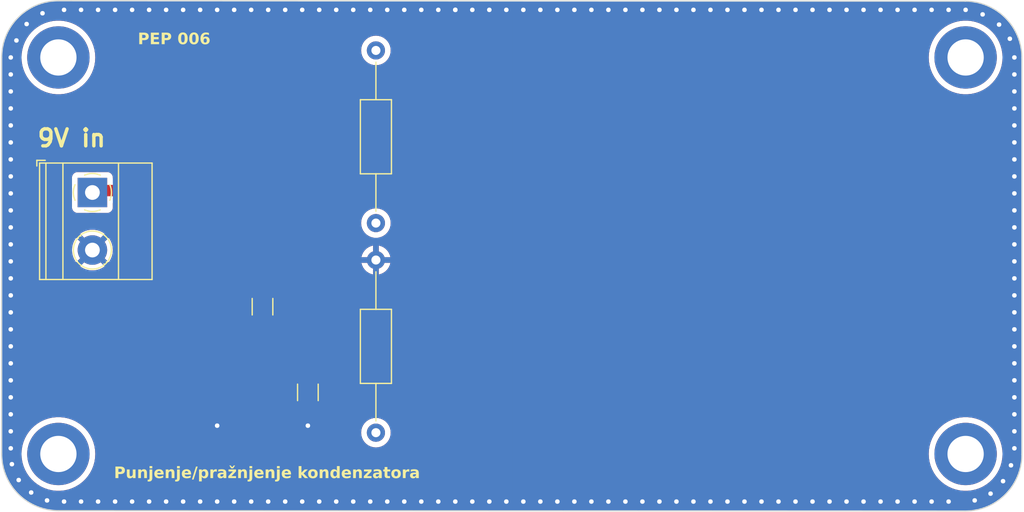
<source format=kicad_pcb>
(kicad_pcb (version 20240108) (generator "pcbnew") (generator_version "8.0")
  (layers (0 "F.Cu" signal) (31 "B.Cu" signal) (34 "B.Paste" user) (35 "F.Paste" user) (36 "B.SilkS" user "B.Silkscreen") (37 "F.SilkS" user "F.Silkscreen") (38 "B.Mask" user) (39 "F.Mask" user) (44 "Edge.Cuts" user))
  (net 0 "")
  (net 1 "out")
  (net 2 "0")
  (net 3 "9V")
  (net 4 "Net-(R3-Pad1)")
  (footprint "Resistor_THT:R_Axial_DIN0207_L6.3mm_D2.5mm_P15.24mm_Horizontal" (layer "F.Cu") (at 137 99.12 90)
    (property "Reference" "R3" (hide yes))
    (property "Value" "100k")
    (fp_line (start 10.89 -1.37) (end 4.35 -1.37) (stroke (width 0.12)) (layer "F.SilkS"))
    (fp_line (start 4.35 -1.37) (end 4.35 1.37) (stroke (width 0.12)) (layer "F.SilkS"))
    (fp_line (start 14.2 0) (end 10.89 0) (stroke (width 0.12)) (layer "F.SilkS"))
    (fp_line (start 1.04 0) (end 4.35 0) (stroke (width 0.12)) (layer "F.SilkS"))
    (fp_line (start 10.89 1.37) (end 10.89 -1.37) (stroke (width 0.12)) (layer "F.SilkS"))
    (fp_line (start 4.35 1.37) (end 10.89 1.37) (stroke (width 0.12)) (layer "F.SilkS"))
    (pad "1" thru_hole circle (at 0 0 90) (size 1.6 1.6) (drill 0.8) (layers "*.Cu" "*.Mask") (net 4 "Net-(R3-Pad1)"))
    (pad "2" thru_hole oval (at 15.24 0 90) (size 1.6 1.6) (drill 0.8) (layers "*.Cu" "*.Mask") (net 2 "0"))
  )
  (footprint "Resistor_THT:R_Axial_DIN0207_L6.3mm_D2.5mm_P15.24mm_Horizontal" (layer "F.Cu") (at 137 65.38 -90)
    (property "Reference" "R4" (hide yes))
    (property "Value" "100k")
    (fp_line (start 4.35 1.37) (end 10.89 1.37) (stroke (width 0.12)) (layer "F.SilkS"))
    (fp_line (start 10.89 1.37) (end 10.89 -1.37) (stroke (width 0.12)) (layer "F.SilkS"))
    (fp_line (start 1.04 0) (end 4.35 0) (stroke (width 0.12)) (layer "F.SilkS"))
    (fp_line (start 14.2 0) (end 10.89 0) (stroke (width 0.12)) (layer "F.SilkS"))
    (fp_line (start 4.35 -1.37) (end 4.35 1.37) (stroke (width 0.12)) (layer "F.SilkS"))
    (fp_line (start 10.89 -1.37) (end 4.35 -1.37) (stroke (width 0.12)) (layer "F.SilkS"))
    (pad "1" thru_hole circle (at 0 0 270) (size 1.6 1.6) (drill 0.8) (layers "*.Cu" "*.Mask") (net 4 "Net-(R3-Pad1)"))
    (pad "2" thru_hole oval (at 15.24 0 270) (size 1.6 1.6) (drill 0.8) (layers "*.Cu" "*.Mask") (net 3 "9V"))
  )
  (footprint "Resistor_SMD:R_1206_3216Metric_Pad1.30x1.75mm_HandSolder" (layer "F.Cu") (at 127 88 -90)
    (property "Reference" "R2" (hide yes))
    (property "Value" "100k")
    (fp_line (start -0.727064 0.91) (end 0.727064 0.91) (stroke (width 0.12)) (layer "F.SilkS"))
    (fp_line (start -0.727064 -0.91) (end 0.727064 -0.91) (stroke (width 0.12)) (layer "F.SilkS"))
    (pad "1" smd roundrect (at -1.55 0 270) (size 1.3 1.75) (layers "F.Cu" "F.Paste" "F.Mask") (roundrect_rratio 0.1923076923) (net 3 "9V"))
    (pad "2" smd roundrect (at 1.55 0 270) (size 1.3 1.75) (layers "F.Cu" "F.Paste" "F.Mask") (roundrect_rratio 0.1923076923) (net 1 "out"))
  )
  (footprint "MountingHole:MountingHole_3.2mm_M3_ISO14580_Pad_TopBottom" (layer "F.Cu") (at 109 66)
    (property "Reference" "H2" (hide yes))
    (property "Value" "MountingHole")
    (pad "1" thru_hole circle (at 0 0) (size 3.6 3.6) (drill 3.2) (layers "*.Cu" "*.Mask"))
    (pad "1" connect circle (at 0 0) (size 5.5 5.5) (layers "F.Cu" "F.Mask"))
    (pad "1" connect circle (at 0 0) (size 5.5 5.5) (layers "B.Cu" "B.Mask"))
  )
  (footprint "Resistor_SMD:R_1206_3216Metric_Pad1.30x1.75mm_HandSolder" (layer "F.Cu") (at 131 95.5625 -90)
    (property "Reference" "R1" (hide yes))
    (property "Value" "100k")
    (fp_line (start -0.727064 0.91) (end 0.727064 0.91) (stroke (width 0.12)) (layer "F.SilkS"))
    (fp_line (start -0.727064 -0.91) (end 0.727064 -0.91) (stroke (width 0.12)) (layer "F.SilkS"))
    (pad "1" smd roundrect (at -1.55 0 270) (size 1.3 1.75) (layers "F.Cu" "F.Paste" "F.Mask") (roundrect_rratio 0.1923076923) (net 1 "out"))
    (pad "2" smd roundrect (at 1.55 0 270) (size 1.3 1.75) (layers "F.Cu" "F.Paste" "F.Mask") (roundrect_rratio 0.1923076923) (net 2 "0"))
  )
  (footprint "TerminalBlock_Phoenix:TerminalBlock_Phoenix_MKDS-1,5-2-5.08_1x02_P5.08mm_Horizontal" (layer "F.Cu") (at 112 77.92 -90)
    (property "Reference" "J1" (hide yes))
    (property "Value" "Screw_Terminal_01x02")
    (fp_line (start -2.84 4.9) (end -2.34 4.9) (stroke (width 0.12)) (layer "F.SilkS"))
    (fp_line (start -2.6 4.66) (end 7.68 4.66) (stroke (width 0.12)) (layer "F.SilkS"))
    (fp_line (start -2.84 4.16) (end -2.84 4.9) (stroke (width 0.12)) (layer "F.SilkS"))
    (fp_line (start -2.6 4.1) (end 7.68 4.1) (stroke (width 0.12)) (layer "F.SilkS"))
    (fp_line (start -2.6 2.6) (end 7.68 2.6) (stroke (width 0.12)) (layer "F.SilkS"))
    (fp_line (start 4.046 1.239) (end 4.011 1.274) (stroke (width 0.12)) (layer "F.SilkS"))
    (fp_line (start 3.853 1.023) (end 3.806 1.069) (stroke (width 0.12)) (layer "F.SilkS"))
    (fp_line (start 6.355 -1.069) (end 6.308 -1.023) (stroke (width 0.12)) (layer "F.SilkS"))
    (fp_line (start 6.15 -1.275) (end 6.115 -1.239) (stroke (width 0.12)) (layer "F.SilkS"))
    (fp_line (start -2.6 -2.301) (end 7.68 -2.301) (stroke (width 0.12)) (layer "F.SilkS"))
    (fp_line (start -2.6 -5.261) (end -2.6 4.66) (stroke (width 0.12)) (layer "F.SilkS"))
    (fp_line (start -2.6 -5.261) (end 7.68 -5.261) (stroke (width 0.12)) (layer "F.SilkS"))
    (fp_line (start 7.68 -5.261) (end 7.68 4.66) (stroke (width 0.12)) (layer "F.SilkS"))
    (fp_arc (start 0.028805 1.680253) (mid -0.335551 1.646659) (end -0.684 1.535) (stroke (width 0.12)) (layer "F.SilkS"))
    (fp_arc (start 0.683318 1.534756) (mid 0.349292 1.643288) (end 0 1.68) (stroke (width 0.12)) (layer "F.SilkS"))
    (fp_arc (start -1.535427 0.683042) (mid -1.680501 -0.000524) (end -1.535 -0.684) (stroke (width 0.12)) (layer "F.SilkS"))
    (fp_arc (start 1.535427 -0.683042) (mid 1.680501 0.000524) (end 1.535 0.684) (stroke (width 0.12)) (layer "F.SilkS"))
    (fp_arc (start -0.683042 -1.535427) (mid 0.000524 -1.680501) (end 0.684 -1.535) (stroke (width 0.12)) (layer "F.SilkS"))
    (fp_circle (center 5.08 0) (end 6.76 0) (stroke (width 0.12)) (fill none) (layer "F.SilkS"))
    (pad "1" thru_hole rect (at 0 0 270) (size 2.6 2.6) (drill 1.3) (layers "*.Cu" "*.Mask") (net 3 "9V"))
    (pad "2" thru_hole circle (at 5.08 0 270) (size 2.6 2.6) (drill 1.3) (layers "*.Cu" "*.Mask") (net 2 "0"))
  )
  (footprint "MountingHole:MountingHole_3.2mm_M3_ISO14580_Pad_TopBottom" (layer "F.Cu") (at 109 101 -90)
    (property "Reference" "H1" (hide yes))
    (property "Value" "MountingHole")
    (pad "1" thru_hole circle (at 0 0 270) (size 3.6 3.6) (drill 3.2) (layers "*.Cu" "*.Mask"))
    (pad "1" connect circle (at 0 0 270) (size 5.5 5.5) (layers "F.Cu" "F.Mask"))
    (pad "1" connect circle (at 0 0 270) (size 5.5 5.5) (layers "B.Cu" "B.Mask"))
  )
  (footprint "MountingHole:MountingHole_3.2mm_M3_ISO14580_Pad_TopBottom" (layer "F.Cu") (at 189 66)
    (property "Reference" "H3" (hide yes))
    (property "Value" "MountingHole")
    (pad "1" thru_hole circle (at 0 0) (size 3.6 3.6) (drill 3.2) (layers "*.Cu" "*.Mask"))
    (pad "1" connect circle (at 0 0) (size 5.5 5.5) (layers "F.Cu" "F.Mask"))
    (pad "1" connect circle (at 0 0) (size 5.5 5.5) (layers "B.Cu" "B.Mask"))
  )
  (footprint "MountingHole:MountingHole_3.2mm_M3_ISO14580_Pad_TopBottom" (layer "F.Cu") (at 189 101)
    (property "Reference" "H4" (hide yes))
    (property "Value" "MountingHole")
    (pad "1" thru_hole circle (at 0 0) (size 3.6 3.6) (drill 3.2) (layers "*.Cu" "*.Mask"))
    (pad "1" connect circle (at 0 0) (size 5.5 5.5) (layers "F.Cu" "F.Mask"))
    (pad "1" connect circle (at 0 0) (size 5.5 5.5) (layers "B.Cu" "B.Mask"))
  )
  (gr_line (start 193.964466 101.035534) (end 193.964464 66.035534) (stroke (width 0.1)) (layer "Edge.Cuts"))
  (gr_arc (start 104 66) (mid 105.464467 62.464467) (end 109 61) (stroke (width 0.1)) (layer "Edge.Cuts"))
  (gr_arc (start 188.964466 61.035534) (mid 192.5 62.5) (end 193.964464 66.035534) (stroke (width 0.1)) (layer "Edge.Cuts"))
  (gr_line (start 104 66) (end 104 101) (stroke (width 0.1)) (layer "Edge.Cuts"))
  (gr_arc (start 193.964466 101.035534) (mid 192.5 104.571068) (end 188.964466 106.035534) (stroke (width 0.1)) (layer "Edge.Cuts"))
  (gr_line (start 109 106) (end 188.964466 106.035534) (stroke (width 0.1)) (layer "Edge.Cuts"))
  (gr_arc (start 109 106) (mid 105.464467 104.535533) (end 104 101) (stroke (width 0.1)) (layer "Edge.Cuts"))
  (gr_line (start 188.964466 61.035534) (end 109 61) (stroke (width 0.1)) (layer "Edge.Cuts"))
  (gr_text "Punjenje/pražnjenje kondenzatora" (at 113.9 103.3 0) (layer "F.SilkS") (effects (font (size 1 1) (thickness 0.2) (bold yes)) (justify left bottom)))
  (gr_text "9V in" (at 107 74 0) (layer "F.SilkS") (effects (font (size 1.5 1.5) (thickness 0.3) (bold yes)) (justify left bottom)))
  (gr_text "PEP 006" (at 116 65 0) (layer "F.SilkS") (effects (font (size 1 1) (thickness 0.2) (bold yes)) (justify left bottom)))
  (segment (start 129.9875 93) (end 128 93) (width 1) (layer "F.Cu") (net 1))
  (segment (start 127 90) (end 127 92) (width 1) (layer "F.Cu") (net 1))
  (segment (start 126 93) (end 124 93) (width 1) (layer "F.Cu") (net 1))
  (segment (start 127 90) (end 127 89.55) (width 1) (layer "F.Cu") (net 1))
  (segment (start 128 93) (end 127 92) (width 1) (layer "F.Cu") (net 1))
  (segment (start 127 92) (end 126 93) (width 1) (layer "F.Cu") (net 1))
  (segment (start 124 93) (end 123 94) (width 1) (layer "F.Cu") (net 1))
  (segment (start 131 94.0125) (end 129.9875 93) (width 1) (layer "F.Cu") (net 1))
  (segment (start 131 98.5) (end 131 97.1125) (width 1) (layer "F.Cu") (net 2))
  (segment (start 123 98.5) (end 123 97.125) (width 1) (layer "F.Cu") (net 2))
  (via (at 159 105.2) (size 0.8) (drill 0.4) (layers "F.Cu" "B.Cu") (net 2))
  (via (at 126 105.2) (size 0.8) (drill 0.4) (layers "F.Cu" "B.Cu") (net 2))
  (via (at 168 105.2) (size 0.8) (drill 0.4) (layers "F.Cu" "B.Cu") (net 2))
  (via (at 189 61.8) (size 0.8) (drill 0.4) (layers "F.Cu" "B.Cu") (net 2))
  (via (at 148.5 61.8) (size 0.8) (drill 0.4) (layers "F.Cu" "B.Cu") (net 2))
  (via (at 162 61.8) (size 0.8) (drill 0.4) (layers "F.Cu" "B.Cu") (net 2))
  (via (at 151.5 105.2) (size 0.8) (drill 0.4) (layers "F.Cu" "B.Cu") (net 2))
  (via (at 104.8 72) (size 0.8) (drill 0.4) (layers "F.Cu" "B.Cu") (net 2))
  (via (at 104.8 76.5) (size 0.8) (drill 0.4) (layers "F.Cu" "B.Cu") (net 2))
  (via (at 104.8 96) (size 0.8) (drill 0.4) (layers "F.Cu" "B.Cu") (net 2))
  (via (at 120 61.8) (size 0.8) (drill 0.4) (layers "F.Cu" "B.Cu") (net 2))
  (via (at 127.5 61.8) (size 0.8) (drill 0.4) (layers "F.Cu" "B.Cu") (net 2))
  (via (at 104.8 84) (size 0.8) (drill 0.4) (layers "F.Cu" "B.Cu") (net 2))
  (via (at 109.5 105.2) (size 0.8) (drill 0.4) (layers "F.Cu" "B.Cu") (net 2))
  (via (at 193.3 82.5) (size 0.8) (drill 0.4) (layers "F.Cu" "B.Cu") (net 2))
  (via (at 107.6 62.1) (size 0.8) (drill 0.4) (layers "F.Cu" "B.Cu") (net 2))
  (via (at 160.5 105.2) (size 0.8) (drill 0.4) (layers "F.Cu" "B.Cu") (net 2))
  (via (at 193.3 67.5) (size 0.8) (drill 0.4) (layers "F.Cu" "B.Cu") (net 2))
  (via (at 120 105.2) (size 0.8) (drill 0.4) (layers "F.Cu" "B.Cu") (net 2))
  (via (at 104.8 97.5) (size 0.8) (drill 0.4) (layers "F.Cu" "B.Cu") (net 2))
  (via (at 153 61.8) (size 0.8) (drill 0.4) (layers "F.Cu" "B.Cu") (net 2))
  (via (at 144 61.8) (size 0.8) (drill 0.4) (layers "F.Cu" "B.Cu") (net 2))
  (via (at 180 105.2) (size 0.8) (drill 0.4) (layers "F.Cu" "B.Cu") (net 2))
  (via (at 105.5 103.3) (size 0.8) (drill 0.4) (layers "F.Cu" "B.Cu") (net 2))
  (via (at 178.5 105.2) (size 0.8) (drill 0.4) (layers "F.Cu" "B.Cu") (net 2))
  (via (at 111 61.8) (size 0.8) (drill 0.4) (layers "F.Cu" "B.Cu") (net 2))
  (via (at 162 105.2) (size 0.8) (drill 0.4) (layers "F.Cu" "B.Cu") (net 2))
  (via (at 124.5 61.8) (size 0.8) (drill 0.4) (layers "F.Cu" "B.Cu") (net 2))
  (via (at 192.9 64.35) (size 0.8) (drill 0.4) (layers "F.Cu" "B.Cu") (net 2))
  (via (at 193.3 84) (size 0.8) (drill 0.4) (layers "F.Cu" "B.Cu") (net 2))
  (via (at 115.5 61.8) (size 0.8) (drill 0.4) (layers "F.Cu" "B.Cu") (net 2))
  (via (at 193.3 91.5) (size 0.8) (drill 0.4) (layers "F.Cu" "B.Cu") (net 2))
  (via (at 109.5 61.8) (size 0.8) (drill 0.4) (layers "F.Cu" "B.Cu") (net 2))
  (via (at 129 61.8) (size 0.8) (drill 0.4) (layers "F.Cu" "B.Cu") (net 2))
  (via (at 114 105.2) (size 0.8) (drill 0.4) (layers "F.Cu" "B.Cu") (net 2))
  (via (at 163.5 105.2) (size 0.8) (drill 0.4) (layers "F.Cu" "B.Cu") (net 2))
  (via (at 112.5 61.8) (size 0.8) (drill 0.4) (layers "F.Cu" "B.Cu") (net 2))
  (via (at 159 61.8) (size 0.8) (drill 0.4) (layers "F.Cu" "B.Cu") (net 2))
  (via (at 145.5 61.8) (size 0.8) (drill 0.4) (layers "F.Cu" "B.Cu") (net 2))
  (via (at 129 105.2) (size 0.8) (drill 0.4) (layers "F.Cu" "B.Cu") (net 2))
  (via (at 169.5 105.2) (size 0.8) (drill 0.4) (layers "F.Cu" "B.Cu") (net 2))
  (via (at 151.5 61.8) (size 0.8) (drill 0.4) (layers "F.Cu" "B.Cu") (net 2))
  (via (at 165 105.2) (size 0.8) (drill 0.4) (layers "F.Cu" "B.Cu") (net 2))
  (via (at 157.5 105.2) (size 0.8) (drill 0.4) (layers "F.Cu" "B.Cu") (net 2))
  (via (at 104.8 90) (size 0.8) (drill 0.4) (layers "F.Cu" "B.Cu") (net 2))
  (via (at 191.95 63.1) (size 0.8) (drill 0.4) (layers "F.Cu" "B.Cu") (net 2))
  (via (at 141 61.8) (size 0.8) (drill 0.4) (layers "F.Cu" "B.Cu") (net 2))
  (via (at 132 61.8) (size 0.8) (drill 0.4) (layers "F.Cu" "B.Cu") (net 2))
  (via (at 106.6 104.4) (size 0.8) (drill 0.4) (layers "F.Cu" "B.Cu") (net 2))
  (via (at 186 61.8) (size 0.8) (drill 0.4) (layers "F.Cu" "B.Cu") (net 2))
  (via (at 104.8 82.5) (size 0.8) (drill 0.4) (layers "F.Cu" "B.Cu") (net 2))
  (via (at 104.8 66) (size 0.8) (drill 0.4) (layers "F.Cu" "B.Cu") (net 2))
  (via (at 157.5 61.8) (size 0.8) (drill 0.4) (layers "F.Cu" "B.Cu") (net 2))
  (via (at 118.5 105.2) (size 0.8) (drill 0.4) (layers "F.Cu" "B.Cu") (net 2))
  (via (at 104.8 75) (size 0.8) (drill 0.4) (layers "F.Cu" "B.Cu") (net 2))
  (via (at 145.5 105.2) (size 0.8) (drill 0.4) (layers "F.Cu" "B.Cu") (net 2))
  (via (at 166.5 105.2) (size 0.8) (drill 0.4) (layers "F.Cu" "B.Cu") (net 2))
  (via (at 104.8 99) (size 0.8) (drill 0.4) (layers "F.Cu" "B.Cu") (net 2))
  (via (at 165 61.8) (size 0.8) (drill 0.4) (layers "F.Cu" "B.Cu") (net 2))
  (via (at 193.3 99) (size 0.8) (drill 0.4) (layers "F.Cu" "B.Cu") (net 2))
  (via (at 150 105.2) (size 0.8) (drill 0.4) (layers "F.Cu" "B.Cu") (net 2))
  (via (at 104.8 79.5) (size 0.8) (drill 0.4) (layers "F.Cu" "B.Cu") (net 2))
  (via (at 181.5 61.8) (size 0.8) (drill 0.4) (layers "F.Cu" "B.Cu") (net 2))
  (via (at 171 105.2) (size 0.8) (drill 0.4) (layers "F.Cu" "B.Cu") (net 2))
  (via (at 148.5 105.2) (size 0.8) (drill 0.4) (layers "F.Cu" "B.Cu") (net 2))
  (via (at 172.5 105.2) (size 0.8) (drill 0.4) (layers "F.Cu" "B.Cu") (net 2))
  (via (at 130.5 61.8) (size 0.8) (drill 0.4) (layers "F.Cu" "B.Cu") (net 2))
  (via (at 193.3 70.5) (size 0.8) (drill 0.4) (layers "F.Cu" "B.Cu") (net 2))
  (via (at 141 105.2) (size 0.8) (drill 0.4) (layers "F.Cu" "B.Cu") (net 2))
  (via (at 142.5 61.8) (size 0.8) (drill 0.4) (layers "F.Cu" "B.Cu") (net 2))
  (via (at 184.5 61.8) (size 0.8) (drill 0.4) (layers "F.Cu" "B.Cu") (net 2))
  (via (at 104.8 67.5) (size 0.8) (drill 0.4) (layers "F.Cu" "B.Cu") (net 2))
  (via (at 168 61.8) (size 0.8) (drill 0.4) (layers "F.Cu" "B.Cu") (net 2))
  (via (at 193.3 93) (size 0.8) (drill 0.4) (layers "F.Cu" "B.Cu") (net 2))
  (via (at 193.3 100.5) (size 0.8) (drill 0.4) (layers "F.Cu" "B.Cu") (net 2))
  (via (at 150 61.8) (size 0.8) (drill 0.4) (layers "F.Cu" "B.Cu") (net 2))
  (via (at 174 61.8) (size 0.8) (drill 0.4) (layers "F.Cu" "B.Cu") (net 2))
  (via (at 104.8 70.5) (size 0.8) (drill 0.4) (layers "F.Cu" "B.Cu") (net 2))
  (via (at 118.5 61.8) (size 0.8) (drill 0.4) (layers "F.Cu" "B.Cu") (net 2))
  (via (at 193.3 69) (size 0.8) (drill 0.4) (layers "F.Cu" "B.Cu") (net 2))
  (via (at 144 61.8) (size 0.8) (drill 0.4) (layers "F.Cu" "B.Cu") (net 2))
  (via (at 104.8 69) (size 0.8) (drill 0.4) (layers "F.Cu" "B.Cu") (net 2))
  (via (at 169.5 61.8) (size 0.8) (drill 0.4) (layers "F.Cu" "B.Cu") (net 2))
  (via (at 187.5 61.8) (size 0.8) (drill 0.4) (layers "F.Cu" "B.Cu") (net 2))
  (via (at 175.5 105.2) (size 0.8) (drill 0.4) (layers "F.Cu" "B.Cu") (net 2))
  (via (at 183 61.8) (size 0.8) (drill 0.4) (layers "F.Cu" "B.Cu") (net 2))
  (via (at 171 61.8) (size 0.8) (drill 0.4) (layers "F.Cu" "B.Cu") (net 2))
  (via (at 193.3 73.5) (size 0.8) (drill 0.4) (layers "F.Cu" "B.Cu") (net 2))
  (via (at 187.5 105.2) (size 0.8) (drill 0.4) (layers "F.Cu" "B.Cu") (net 2))
  (via (at 106.2 63.05) (size 0.8) (drill 0.4) (layers "F.Cu" "B.Cu") (net 2))
  (via (at 191.2 104.5) (size 0.8) (drill 0.4) (layers "F.Cu" "B.Cu") (net 2))
  (via (at 121.5 105.2) (size 0.8) (drill 0.4) (layers "F.Cu" "B.Cu") (net 2))
  (via (at 154.5 61.8) (size 0.8) (drill 0.4) (layers "F.Cu" "B.Cu") (net 2))
  (via (at 121.5 61.8) (size 0.8) (drill 0.4) (layers "F.Cu" "B.Cu") (net 2))
  (via (at 104.8 81) (size 0.8) (drill 0.4) (layers "F.Cu" "B.Cu") (net 2))
  (via (at 193.3 96) (size 0.8) (drill 0.4) (layers "F.Cu" "B.Cu") (net 2))
  (via (at 177 105.2) (size 0.8) (drill 0.4) (layers "F.Cu" "B.Cu") (net 2))
  (via (at 139.5 61.8) (size 0.8) (drill 0.4) (layers "F.Cu" "B.Cu") (net 2))
  (via (at 154.5 105.2) (size 0.8) (drill 0.4) (layers "F.Cu" "B.Cu") (net 2))
  (via (at 127.5 105.2) (size 0.8) (drill 0.4) (layers "F.Cu" "B.Cu") (net 2))
  (via (at 193.3 75) (size 0.8) (drill 0.4) (layers "F.Cu" "B.Cu") (net 2))
  (via (at 133.5 105.2) (size 0.8) (drill 0.4) (layers "F.Cu" "B.Cu") (net 2))
  (via (at 124.5 105.2) (size 0.8) (drill 0.4) (layers "F.Cu" "B.Cu") (net 2))
  (via (at 193.3 81) (size 0.8) (drill 0.4) (layers "F.Cu" "B.Cu") (net 2))
  (via (at 133.5 61.8) (size 0.8) (drill 0.4) (layers "F.Cu" "B.Cu") (net 2))
  (via (at 147 105.2) (size 0.8) (drill 0.4) (layers "F.Cu" "B.Cu") (net 2))
  (via (at 160.5 61.8) (size 0.8) (drill 0.4) (layers "F.Cu" "B.Cu") (net 2))
  (via (at 172.5 61.8) (size 0.8) (drill 0.4) (layers "F.Cu" "B.Cu") (net 2))
  (via (at 193.3 79.5) (size 0.8) (drill 0.4) (layers "F.Cu" "B.Cu") (net 2))
  (via (at 166.5 61.8) (size 0.8) (drill 0.4) (layers "F.Cu" "B.Cu") (net 2))
  (via (at 147 61.8) (size 0.8) (drill 0.4) (layers "F.Cu" "B.Cu") (net 2))
  (via (at 193.3 87) (size 0.8) (drill 0.4) (layers "F.Cu" "B.Cu") (net 2))
  (via (at 193.3 94.5) (size 0.8) (drill 0.4) (layers "F.Cu" "B.Cu") (net 2))
  (via (at 104.8 85.5) (size 0.8) (drill 0.4) (layers "F.Cu" "B.Cu") (net 2))
  (via (at 192.3 103.4) (size 0.8) (drill 0.4) (layers "F.Cu" "B.Cu") (net 2))
  (via (at 193.3 66) (size 0.8) (drill 0.4) (layers "F.Cu" "B.Cu") (net 2))
  (via (at 163.5 61.8) (size 0.8) (drill 0.4) (layers "F.Cu" "B.Cu") (net 2))
  (via (at 184.5 105.2) (size 0.8) (drill 0.4) (layers "F.Cu" "B.Cu") (net 2))
  (via (at 123 61.8) (size 0.8) (drill 0.4) (layers "F.Cu" "B.Cu") (net 2))
  (via (at 156 61.8) (size 0.8) (drill 0.4) (layers "F.Cu" "B.Cu") (net 2))
  (via (at 139.5 105.2) (size 0.8) (drill 0.4) (layers "F.Cu" "B.Cu") (net 2))
  (via (at 114 61.8) (size 0.8) (drill 0.4) (layers "F.Cu" "B.Cu") (net 2))
  (via (at 123 98.5) (size 0.8) (drill 0.4) (layers "F.Cu" "B.Cu") (net 2))
  (via (at 115.5 105.2) (size 0.8) (drill 0.4) (layers "F.Cu" "B.Cu") (net 2))
  (via (at 138 61.8) (size 0.8) (drill 0.4) (layers "F.Cu" "B.Cu") (net 2))
  (via (at 117 61.8) (size 0.8) (drill 0.4) (layers "F.Cu" "B.Cu") (net 2))
  (via (at 193.3 72) (size 0.8) (drill 0.4) (layers "F.Cu" "B.Cu") (net 2))
  (via (at 131 98.5) (size 0.8) (drill 0.4) (layers "F.Cu" "B.Cu") (net 2))
  (via (at 126 61.8) (size 0.8) (drill 0.4) (layers "F.Cu" "B.Cu") (net 2))
  (via (at 123 105.2) (size 0.8) (drill 0.4) (layers "F.Cu" "B.Cu") (net 2))
  (via (at 142.5 105.2) (size 0.8) (drill 0.4) (layers "F.Cu" "B.Cu") (net 2))
  (via (at 175.5 61.8) (size 0.8) (drill 0.4) (layers "F.Cu" "B.Cu") (net 2))
  (via (at 193 102) (size 0.8) (drill 0.4) (layers "F.Cu" "B.Cu") (net 2))
  (via (at 105.3 64.5) (size 0.8) (drill 0.4) (layers "F.Cu" "B.Cu") (net 2))
  (via (at 136.5 61.8) (size 0.8) (drill 0.4) (layers "F.Cu" "B.Cu") (net 2))
  (via (at 132 105.2) (size 0.8) (drill 0.4) (layers "F.Cu" "B.Cu") (net 2))
  (via (at 135 105.2) (size 0.8) (drill 0.4) (layers "F.Cu" "B.Cu") (net 2))
  (via (at 193.3 90) (size 0.8) (drill 0.4) (layers "F.Cu" "B.Cu") (net 2))
  (via (at 174 105.2) (size 0.8) (drill 0.4) (layers "F.Cu" "B.Cu") (net 2))
  (via (at 190.5 62.2) (size 0.8) (drill 0.4) (layers "F.Cu" "B.Cu") (net 2))
  (via (at 104.8 73.5) (size 0.8) (drill 0.4) (layers "F.Cu" "B.Cu") (net 2))
  (via (at 104.8 87) (size 0.8) (drill 0.4) (layers "F.Cu" "B.Cu") (net 2))
  (via (at 193.3 85.5) (size 0.8) (drill 0.4) (layers "F.Cu" "B.Cu") (net 2))
  (via (at 104.8 78) (size 0.8) (drill 0.4) (layers "F.Cu" "B.Cu") (net 2))
  (via (at 104.9 101.9) (size 0.8) (drill 0.4) (layers "F.Cu" "B.Cu") (net 2))
  (via (at 135 61.8) (size 0.8) (drill 0.4) (layers "F.Cu" "B.Cu") (net 2))
  (via (at 104.8 100.5) (size 0.8) (drill 0.4) (layers "F.Cu" "B.Cu") (net 2))
  (via (at 136.5 105.2) (size 0.8) (drill 0.4) (layers "F.Cu" "B.Cu") (net 2))
  (via (at 138 105.2) (size 0.8) (drill 0.4) (layers "F.Cu" "B.Cu") (net 2))
  (via (at 153 105.2) (size 0.8) (drill 0.4) (layers "F.Cu" "B.Cu") (net 2))
  (via (at 193.3 88.5) (size 0.8) (drill 0.4) (layers "F.Cu" "B.Cu") (net 2))
  (via (at 104.8 88.5) (size 0.8) (drill 0.4) (layers "F.Cu" "B.Cu") (net 2))
  (via (at 193.3 97.5) (size 0.8) (drill 0.4) (layers "F.Cu" "B.Cu") (net 2))
  (via (at 193.3 76.5) (size 0.8) (drill 0.4) (layers "F.Cu" "B.Cu") (net 2))
  (via (at 144 105.2) (size 0.8) (drill 0.4) (layers "F.Cu" "B.Cu") (net 2))
  (via (at 180 61.8) (size 0.8) (drill 0.4) (layers "F.Cu" "B.Cu") (net 2))
  (via (at 177 61.8) (size 0.8) (drill 0.4) (layers "F.Cu" "B.Cu") (net 2))
  (via (at 111 105.2) (size 0.8) (drill 0.4) (layers "F.Cu" "B.Cu") (net 2))
  (via (at 130.5 105.2) (size 0.8) (drill 0.4) (layers "F.Cu" "B.Cu") (net 2))
  (via (at 193.3 78) (size 0.8) (drill 0.4) (layers "F.Cu" "B.Cu") (net 2))
  (via (at 186 105.2) (size 0.8) (drill 0.4) (layers "F.Cu" "B.Cu") (net 2))
  (via (at 104.8 91.5) (size 0.8) (drill 0.4) (layers "F.Cu" "B.Cu") (net 2))
  (via (at 104.8 93) (size 0.8) (drill 0.4) (layers "F.Cu" "B.Cu") (net 2))
  (via (at 112.5 105.2) (size 0.8) (drill 0.4) (layers "F.Cu" "B.Cu") (net 2))
  (via (at 117 105.2) (size 0.8) (drill 0.4) (layers "F.Cu" "B.Cu") (net 2))
  (via (at 108 105.1) (size 0.8) (drill 0.4) (layers "F.Cu" "B.Cu") (net 2))
  (via (at 189.8 105.1) (size 0.8) (drill 0.4) (layers "F.Cu" "B.Cu") (net 2))
  (via (at 156 105.2) (size 0.8) (drill 0.4) (layers "F.Cu" "B.Cu") (net 2))
  (via (at 183 105.2) (size 0.8) (drill 0.4) (layers "F.Cu" "B.Cu") (net 2))
  (via (at 178.5 61.8) (size 0.8) (drill 0.4) (layers "F.Cu" "B.Cu") (net 2))
  (via (at 181.5 105.2) (size 0.8) (drill 0.4) (layers "F.Cu" "B.Cu") (net 2))
  (via (at 104.8 94.5) (size 0.8) (drill 0.4) (layers "F.Cu" "B.Cu") (net 2))
  (segment (start 127.25 77.75) (end 130.975 77.75) (width 1) (layer "F.Cu") (net 3))
  (segment (start 112 77.92) (end 112.17 77.75) (width 1) (layer "F.Cu") (net 3))
  (segment (start 127 86.45) (end 127 82.25) (width 1) (layer "F.Cu") (net 3))
  (segment (start 112.17 77.75) (end 127.25 77.75) (width 1) (layer "F.Cu") (net 3))
  (segment (start 123.025 77.75) (end 127.25 77.75) (width 1) (layer "F.Cu") (net 3))
  (zone (net 2) (net_name "0") (layer "F.Cu") (priority 1) (connect_pads (clearance 0.5)) (min_thickness 0.25) (fill yes (thermal_gap 0.5) (thermal_bridge_width 0.5))
    (polygon (pts (xy 104 61) (xy 194 61) (xy 194 106) (xy 104 106)))
  )
  (zone (net 2) (net_name "0") (layer "B.Cu") (priority 1) (connect_pads (clearance 0.5)) (min_thickness 0.25) (fill yes (thermal_gap 0.5) (thermal_bridge_width 0.5))
    (polygon (pts (xy 149 61) (xy 194 61) (xy 194 106) (xy 149 106)))
  )
  (zone (net 2) (net_name "0") (layer "B.Cu") (priority 1) (connect_pads (clearance 0.5)) (min_thickness 0.25) (fill yes (thermal_gap 0.5) (thermal_bridge_width 0.5))
    (polygon (pts (xy 104 61) (xy 149 61) (xy 149 106) (xy 104 106)))
  )
)
</source>
